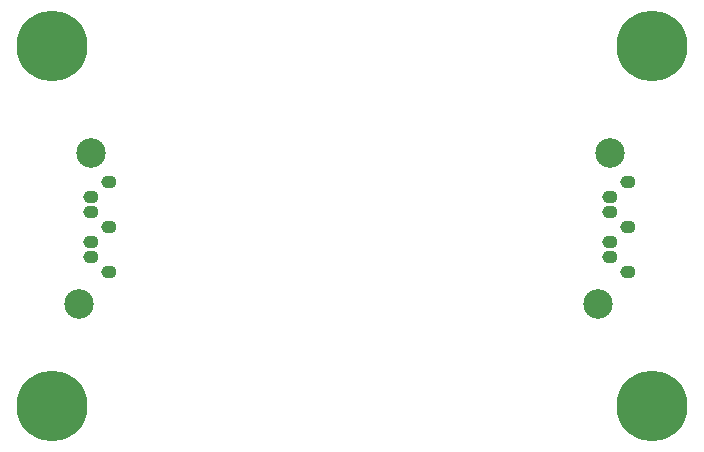
<source format=gbr>
%TF.GenerationSoftware,KiCad,Pcbnew,(5.99.0-10394-g2e15de97e0)*%
%TF.CreationDate,2021-05-18T08:03:29+02:00*%
%TF.ProjectId,BP02,42503032-2e6b-4696-9361-645f70636258,rev?*%
%TF.SameCoordinates,Original*%
%TF.FileFunction,Soldermask,Top*%
%TF.FilePolarity,Negative*%
%FSLAX46Y46*%
G04 Gerber Fmt 4.6, Leading zero omitted, Abs format (unit mm)*
G04 Created by KiCad (PCBNEW (5.99.0-10394-g2e15de97e0)) date 2021-05-18 08:03:29*
%MOMM*%
%LPD*%
G01*
G04 APERTURE LIST*
%ADD10C,6.000000*%
%ADD11O,1.300000X1.100000*%
%ADD12C,2.500000*%
G04 APERTURE END LIST*
D10*
%TO.C,M1*%
X5080000Y35560000D03*
%TD*%
%TO.C,M3*%
X55880000Y5080000D03*
%TD*%
D11*
%TO.C,J1*%
X9849000Y24030000D03*
X8349000Y22760000D03*
X8349000Y21490000D03*
X9849000Y20220000D03*
X8349000Y18950000D03*
X8349000Y17680000D03*
X9849000Y16410000D03*
D12*
X7349000Y13660000D03*
X8349000Y26490000D03*
%TD*%
D11*
%TO.C,J2*%
X53824000Y24030000D03*
X52324000Y22760000D03*
X52324000Y21490000D03*
X53824000Y20220000D03*
X52324000Y18950000D03*
X52324000Y17680000D03*
X53824000Y16410000D03*
D12*
X51324000Y13660000D03*
X52324000Y26490000D03*
%TD*%
D10*
%TO.C,M4*%
X5080000Y5080000D03*
%TD*%
%TO.C,M2*%
X55880000Y35560000D03*
%TD*%
M02*

</source>
